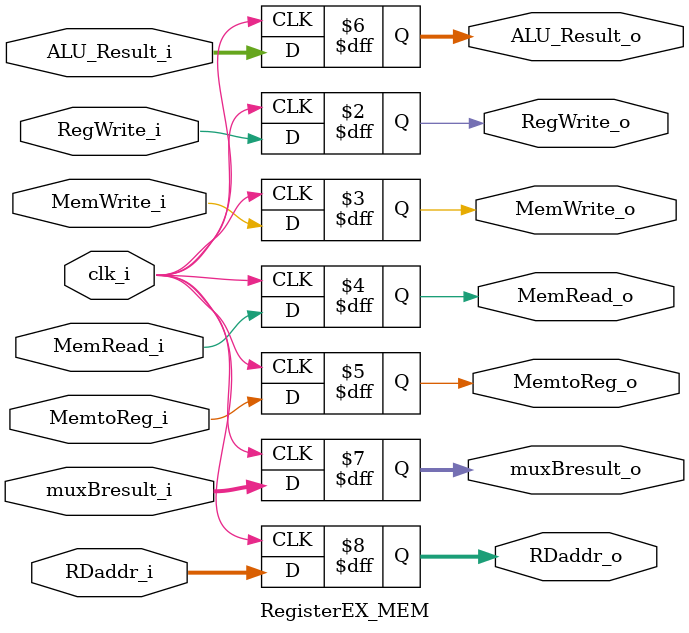
<source format=v>
module RegisterEX_MEM(    
	clk_i      ,

    RegWrite_i ,
    MemWrite_i ,
    MemRead_i  ,
    MemtoReg_i  ,

    RegWrite_o ,
    MemWrite_o ,
    MemRead_o  ,
    MemtoReg_o  ,

    //Zero_i     ,
    ALU_Result_i ,
    muxBresult_i,
    RDaddr_i   ,
    
    //Zero_o     ,
    ALU_Result_o ,
    muxBresult_o,
    RDaddr_o   ,
);

input clk_i;
input RegWrite_i, MemWrite_i, MemRead_i, MemtoReg_i;
output reg RegWrite_o, MemWrite_o, MemRead_o, MemtoReg_o;

//input                 Zero_i;
input       [31:0]    ALU_Result_i, muxBresult_i;
input       [4:0]     RDaddr_i;

//output reg            Zero_o;
output reg  [31:0]    ALU_Result_o, muxBresult_o;
output reg  [4:0]     RDaddr_o;


always @(posedge clk_i) begin
    RegWrite_o <= RegWrite_i; 
    MemWrite_o <= MemWrite_i; 
    MemRead_o <= MemRead_i; 
    MemtoReg_o <= MemtoReg_i;
    //Zero_o <= Zero_i;
    ALU_Result_o <= ALU_Result_i;
    muxBresult_o <= muxBresult_i;
    RDaddr_o <= RDaddr_i;
end

endmodule

</source>
